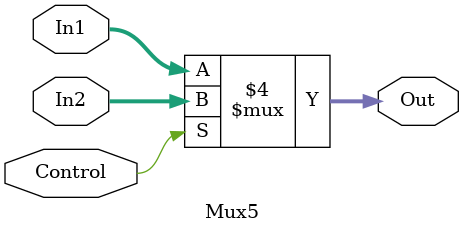
<source format=v>
module Mux5(In1, In2, Control, Out);
	input [4:0] In1, In2;
	input Control;
	output reg [4:0] Out;

	initial begin
		Out <= 0;
	end
	
	always @(*)begin
		if(Control)
			Out <= In2;
		else
			Out <= In1;
	
	end
	
endmodule
</source>
